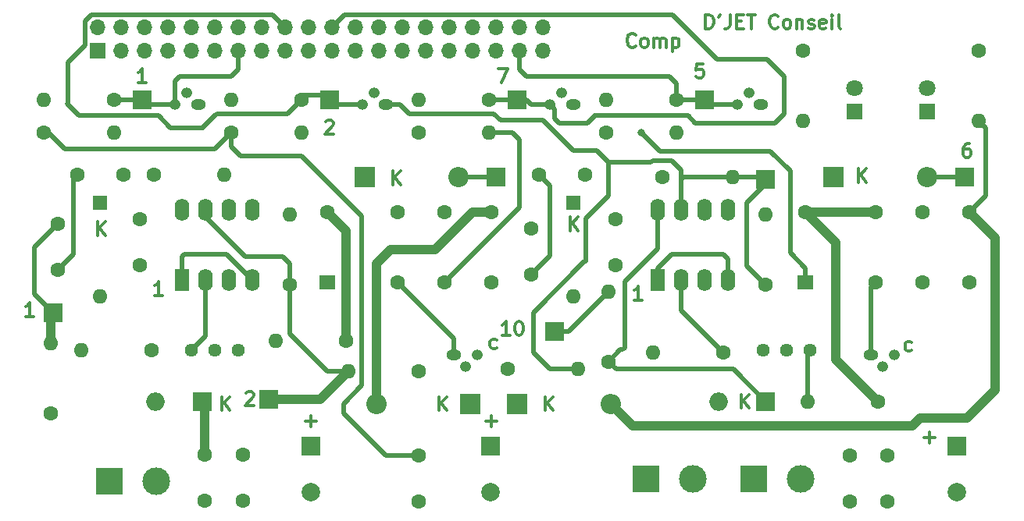
<source format=gbr>
%TF.GenerationSoftware,KiCad,Pcbnew,(5.1.8)-1*%
%TF.CreationDate,2020-12-03T12:02:38+01:00*%
%TF.ProjectId,repartiteur,72657061-7274-4697-9465-75722e6b6963,rev?*%
%TF.SameCoordinates,Original*%
%TF.FileFunction,Copper,L1,Top*%
%TF.FilePolarity,Positive*%
%FSLAX46Y46*%
G04 Gerber Fmt 4.6, Leading zero omitted, Abs format (unit mm)*
G04 Created by KiCad (PCBNEW (5.1.8)-1) date 2020-12-03 12:02:38*
%MOMM*%
%LPD*%
G01*
G04 APERTURE LIST*
%TA.AperFunction,NonConductor*%
%ADD10C,0.300000*%
%TD*%
%TA.AperFunction,ComponentPad*%
%ADD11O,1.600000X1.600000*%
%TD*%
%TA.AperFunction,ComponentPad*%
%ADD12C,1.600000*%
%TD*%
%TA.AperFunction,ComponentPad*%
%ADD13O,1.200000X1.200000*%
%TD*%
%TA.AperFunction,ComponentPad*%
%ADD14O,1.600000X1.200000*%
%TD*%
%TA.AperFunction,ComponentPad*%
%ADD15R,1.800000X1.600000*%
%TD*%
%TA.AperFunction,SMDPad,CuDef*%
%ADD16R,2.000000X2.000000*%
%TD*%
%TA.AperFunction,ComponentPad*%
%ADD17R,1.600000X1.600000*%
%TD*%
%TA.AperFunction,ComponentPad*%
%ADD18O,2.200000X2.200000*%
%TD*%
%TA.AperFunction,ComponentPad*%
%ADD19R,2.200000X2.200000*%
%TD*%
%TA.AperFunction,ComponentPad*%
%ADD20O,2.000000X2.000000*%
%TD*%
%TA.AperFunction,ComponentPad*%
%ADD21R,2.000000X2.000000*%
%TD*%
%TA.AperFunction,ComponentPad*%
%ADD22C,3.000000*%
%TD*%
%TA.AperFunction,ComponentPad*%
%ADD23R,3.000000X3.000000*%
%TD*%
%TA.AperFunction,ComponentPad*%
%ADD24O,1.700000X1.700000*%
%TD*%
%TA.AperFunction,ComponentPad*%
%ADD25R,1.700000X1.700000*%
%TD*%
%TA.AperFunction,ComponentPad*%
%ADD26C,1.440000*%
%TD*%
%TA.AperFunction,ComponentPad*%
%ADD27O,1.600000X2.400000*%
%TD*%
%TA.AperFunction,ComponentPad*%
%ADD28R,1.600000X2.400000*%
%TD*%
%TA.AperFunction,ComponentPad*%
%ADD29C,2.000000*%
%TD*%
%TA.AperFunction,ComponentPad*%
%ADD30C,1.800000*%
%TD*%
%TA.AperFunction,ComponentPad*%
%ADD31R,1.800000X1.800000*%
%TD*%
%TA.AperFunction,ViaPad*%
%ADD32C,0.800000*%
%TD*%
%TA.AperFunction,Conductor*%
%ADD33C,1.000000*%
%TD*%
%TA.AperFunction,Conductor*%
%ADD34C,0.500000*%
%TD*%
G04 APERTURE END LIST*
D10*
X104314571Y-95928571D02*
X103457428Y-95928571D01*
X103886000Y-95928571D02*
X103886000Y-94428571D01*
X103743142Y-94642857D01*
X103600285Y-94785714D01*
X103457428Y-94857142D01*
X127333428Y-104223428D02*
X127404857Y-104152000D01*
X127547714Y-104080571D01*
X127904857Y-104080571D01*
X128047714Y-104152000D01*
X128119142Y-104223428D01*
X128190571Y-104366285D01*
X128190571Y-104509142D01*
X128119142Y-104723428D01*
X127262000Y-105580571D01*
X128190571Y-105580571D01*
X155924285Y-97960571D02*
X155067142Y-97960571D01*
X155495714Y-97960571D02*
X155495714Y-96460571D01*
X155352857Y-96674857D01*
X155210000Y-96817714D01*
X155067142Y-96889142D01*
X156852857Y-96460571D02*
X156995714Y-96460571D01*
X157138571Y-96532000D01*
X157210000Y-96603428D01*
X157281428Y-96746285D01*
X157352857Y-97032000D01*
X157352857Y-97389142D01*
X157281428Y-97674857D01*
X157210000Y-97817714D01*
X157138571Y-97889142D01*
X156995714Y-97960571D01*
X156852857Y-97960571D01*
X156710000Y-97889142D01*
X156638571Y-97817714D01*
X156567142Y-97674857D01*
X156495714Y-97389142D01*
X156495714Y-97032000D01*
X156567142Y-96746285D01*
X156638571Y-96603428D01*
X156710000Y-96532000D01*
X156852857Y-96460571D01*
X205771714Y-77156571D02*
X205486000Y-77156571D01*
X205343142Y-77228000D01*
X205271714Y-77299428D01*
X205128857Y-77513714D01*
X205057428Y-77799428D01*
X205057428Y-78370857D01*
X205128857Y-78513714D01*
X205200285Y-78585142D01*
X205343142Y-78656571D01*
X205628857Y-78656571D01*
X205771714Y-78585142D01*
X205843142Y-78513714D01*
X205914571Y-78370857D01*
X205914571Y-78013714D01*
X205843142Y-77870857D01*
X205771714Y-77799428D01*
X205628857Y-77728000D01*
X205343142Y-77728000D01*
X205200285Y-77799428D01*
X205128857Y-77870857D01*
X205057428Y-78013714D01*
X176887142Y-68520571D02*
X176172857Y-68520571D01*
X176101428Y-69234857D01*
X176172857Y-69163428D01*
X176315714Y-69092000D01*
X176672857Y-69092000D01*
X176815714Y-69163428D01*
X176887142Y-69234857D01*
X176958571Y-69377714D01*
X176958571Y-69734857D01*
X176887142Y-69877714D01*
X176815714Y-69949142D01*
X176672857Y-70020571D01*
X176315714Y-70020571D01*
X176172857Y-69949142D01*
X176101428Y-69877714D01*
X154694000Y-69028571D02*
X155694000Y-69028571D01*
X155051142Y-70528571D01*
X135969428Y-74759428D02*
X136040857Y-74688000D01*
X136183714Y-74616571D01*
X136540857Y-74616571D01*
X136683714Y-74688000D01*
X136755142Y-74759428D01*
X136826571Y-74902285D01*
X136826571Y-75045142D01*
X136755142Y-75259428D01*
X135898000Y-76116571D01*
X136826571Y-76116571D01*
X116506571Y-70528571D02*
X115649428Y-70528571D01*
X116078000Y-70528571D02*
X116078000Y-69028571D01*
X115935142Y-69242857D01*
X115792285Y-69385714D01*
X115649428Y-69457142D01*
X180977142Y-105908571D02*
X180977142Y-104408571D01*
X181834285Y-105908571D02*
X181191428Y-105051428D01*
X181834285Y-104408571D02*
X180977142Y-105265714D01*
X124727142Y-106158571D02*
X124727142Y-104658571D01*
X125584285Y-106158571D02*
X124941428Y-105301428D01*
X125584285Y-104658571D02*
X124727142Y-105515714D01*
X111227142Y-87158571D02*
X111227142Y-85658571D01*
X112084285Y-87158571D02*
X111441428Y-86301428D01*
X112084285Y-85658571D02*
X111227142Y-86515714D01*
X143227142Y-81658571D02*
X143227142Y-80158571D01*
X144084285Y-81658571D02*
X143441428Y-80801428D01*
X144084285Y-80158571D02*
X143227142Y-81015714D01*
X154477142Y-99337142D02*
X154334285Y-99408571D01*
X154048571Y-99408571D01*
X153905714Y-99337142D01*
X153834285Y-99265714D01*
X153762857Y-99122857D01*
X153762857Y-98694285D01*
X153834285Y-98551428D01*
X153905714Y-98480000D01*
X154048571Y-98408571D01*
X154334285Y-98408571D01*
X154477142Y-98480000D01*
X199477142Y-99587142D02*
X199334285Y-99658571D01*
X199048571Y-99658571D01*
X198905714Y-99587142D01*
X198834285Y-99515714D01*
X198762857Y-99372857D01*
X198762857Y-98944285D01*
X198834285Y-98801428D01*
X198905714Y-98730000D01*
X199048571Y-98658571D01*
X199334285Y-98658571D01*
X199477142Y-98730000D01*
X193727142Y-81408571D02*
X193727142Y-79908571D01*
X194584285Y-81408571D02*
X193941428Y-80551428D01*
X194584285Y-79908571D02*
X193727142Y-80765714D01*
X159727142Y-106158571D02*
X159727142Y-104658571D01*
X160584285Y-106158571D02*
X159941428Y-105301428D01*
X160584285Y-104658571D02*
X159727142Y-105515714D01*
X162477142Y-86658571D02*
X162477142Y-85158571D01*
X163334285Y-86658571D02*
X162691428Y-85801428D01*
X163334285Y-85158571D02*
X162477142Y-86015714D01*
X148227142Y-106158571D02*
X148227142Y-104658571D01*
X149084285Y-106158571D02*
X148441428Y-105301428D01*
X149084285Y-104658571D02*
X148227142Y-105515714D01*
X170298571Y-94158571D02*
X169441428Y-94158571D01*
X169870000Y-94158571D02*
X169870000Y-92658571D01*
X169727142Y-92872857D01*
X169584285Y-93015714D01*
X169441428Y-93087142D01*
X118298571Y-93658571D02*
X117441428Y-93658571D01*
X117870000Y-93658571D02*
X117870000Y-92158571D01*
X117727142Y-92372857D01*
X117584285Y-92515714D01*
X117441428Y-92587142D01*
X200850571Y-109073142D02*
X201993428Y-109073142D01*
X201422000Y-109644571D02*
X201422000Y-108501714D01*
X153352571Y-107295142D02*
X154495428Y-107295142D01*
X153924000Y-107866571D02*
X153924000Y-106723714D01*
X133794571Y-107295142D02*
X134937428Y-107295142D01*
X134366000Y-107866571D02*
X134366000Y-106723714D01*
X177154000Y-64686571D02*
X177154000Y-63186571D01*
X177511142Y-63186571D01*
X177725428Y-63258000D01*
X177868285Y-63400857D01*
X177939714Y-63543714D01*
X178011142Y-63829428D01*
X178011142Y-64043714D01*
X177939714Y-64329428D01*
X177868285Y-64472285D01*
X177725428Y-64615142D01*
X177511142Y-64686571D01*
X177154000Y-64686571D01*
X178725428Y-63186571D02*
X178582571Y-63472285D01*
X179796857Y-63186571D02*
X179796857Y-64258000D01*
X179725428Y-64472285D01*
X179582571Y-64615142D01*
X179368285Y-64686571D01*
X179225428Y-64686571D01*
X180511142Y-63900857D02*
X181011142Y-63900857D01*
X181225428Y-64686571D02*
X180511142Y-64686571D01*
X180511142Y-63186571D01*
X181225428Y-63186571D01*
X181654000Y-63186571D02*
X182511142Y-63186571D01*
X182082571Y-64686571D02*
X182082571Y-63186571D01*
X185011142Y-64543714D02*
X184939714Y-64615142D01*
X184725428Y-64686571D01*
X184582571Y-64686571D01*
X184368285Y-64615142D01*
X184225428Y-64472285D01*
X184154000Y-64329428D01*
X184082571Y-64043714D01*
X184082571Y-63829428D01*
X184154000Y-63543714D01*
X184225428Y-63400857D01*
X184368285Y-63258000D01*
X184582571Y-63186571D01*
X184725428Y-63186571D01*
X184939714Y-63258000D01*
X185011142Y-63329428D01*
X185868285Y-64686571D02*
X185725428Y-64615142D01*
X185654000Y-64543714D01*
X185582571Y-64400857D01*
X185582571Y-63972285D01*
X185654000Y-63829428D01*
X185725428Y-63758000D01*
X185868285Y-63686571D01*
X186082571Y-63686571D01*
X186225428Y-63758000D01*
X186296857Y-63829428D01*
X186368285Y-63972285D01*
X186368285Y-64400857D01*
X186296857Y-64543714D01*
X186225428Y-64615142D01*
X186082571Y-64686571D01*
X185868285Y-64686571D01*
X187011142Y-63686571D02*
X187011142Y-64686571D01*
X187011142Y-63829428D02*
X187082571Y-63758000D01*
X187225428Y-63686571D01*
X187439714Y-63686571D01*
X187582571Y-63758000D01*
X187654000Y-63900857D01*
X187654000Y-64686571D01*
X188296857Y-64615142D02*
X188439714Y-64686571D01*
X188725428Y-64686571D01*
X188868285Y-64615142D01*
X188939714Y-64472285D01*
X188939714Y-64400857D01*
X188868285Y-64258000D01*
X188725428Y-64186571D01*
X188511142Y-64186571D01*
X188368285Y-64115142D01*
X188296857Y-63972285D01*
X188296857Y-63900857D01*
X188368285Y-63758000D01*
X188511142Y-63686571D01*
X188725428Y-63686571D01*
X188868285Y-63758000D01*
X190154000Y-64615142D02*
X190011142Y-64686571D01*
X189725428Y-64686571D01*
X189582571Y-64615142D01*
X189511142Y-64472285D01*
X189511142Y-63900857D01*
X189582571Y-63758000D01*
X189725428Y-63686571D01*
X190011142Y-63686571D01*
X190154000Y-63758000D01*
X190225428Y-63900857D01*
X190225428Y-64043714D01*
X189511142Y-64186571D01*
X190868285Y-64686571D02*
X190868285Y-63686571D01*
X190868285Y-63186571D02*
X190796857Y-63258000D01*
X190868285Y-63329428D01*
X190939714Y-63258000D01*
X190868285Y-63186571D01*
X190868285Y-63329428D01*
X191796857Y-64686571D02*
X191654000Y-64615142D01*
X191582571Y-64472285D01*
X191582571Y-63186571D01*
X169557142Y-66575714D02*
X169485714Y-66647142D01*
X169271428Y-66718571D01*
X169128571Y-66718571D01*
X168914285Y-66647142D01*
X168771428Y-66504285D01*
X168700000Y-66361428D01*
X168628571Y-66075714D01*
X168628571Y-65861428D01*
X168700000Y-65575714D01*
X168771428Y-65432857D01*
X168914285Y-65290000D01*
X169128571Y-65218571D01*
X169271428Y-65218571D01*
X169485714Y-65290000D01*
X169557142Y-65361428D01*
X170414285Y-66718571D02*
X170271428Y-66647142D01*
X170200000Y-66575714D01*
X170128571Y-66432857D01*
X170128571Y-66004285D01*
X170200000Y-65861428D01*
X170271428Y-65790000D01*
X170414285Y-65718571D01*
X170628571Y-65718571D01*
X170771428Y-65790000D01*
X170842857Y-65861428D01*
X170914285Y-66004285D01*
X170914285Y-66432857D01*
X170842857Y-66575714D01*
X170771428Y-66647142D01*
X170628571Y-66718571D01*
X170414285Y-66718571D01*
X171557142Y-66718571D02*
X171557142Y-65718571D01*
X171557142Y-65861428D02*
X171628571Y-65790000D01*
X171771428Y-65718571D01*
X171985714Y-65718571D01*
X172128571Y-65790000D01*
X172200000Y-65932857D01*
X172200000Y-66718571D01*
X172200000Y-65932857D02*
X172271428Y-65790000D01*
X172414285Y-65718571D01*
X172628571Y-65718571D01*
X172771428Y-65790000D01*
X172842857Y-65932857D01*
X172842857Y-66718571D01*
X173557142Y-65718571D02*
X173557142Y-67218571D01*
X173557142Y-65790000D02*
X173700000Y-65718571D01*
X173985714Y-65718571D01*
X174128571Y-65790000D01*
X174200000Y-65861428D01*
X174271428Y-66004285D01*
X174271428Y-66432857D01*
X174200000Y-66575714D01*
X174128571Y-66647142D01*
X173985714Y-66718571D01*
X173700000Y-66718571D01*
X173557142Y-66647142D01*
D11*
%TO.P,R17,2*%
%TO.N,GNDA*%
X171450000Y-99822000D03*
D12*
%TO.P,R17,1*%
%TO.N,Net-(C7-Pad1)*%
X179070000Y-99822000D03*
%TD*%
D13*
%TO.P,Q1,3*%
%TO.N,Net-(J2-Pad13)*%
X119634000Y-72898000D03*
%TO.P,Q1,2*%
%TO.N,/3\u002C3V*%
X120904000Y-71628000D03*
D14*
%TO.P,Q1,1*%
%TO.N,Net-(Q1-Pad1)*%
X122174000Y-72898000D03*
%TD*%
D13*
%TO.P,Q3,3*%
%TO.N,Net-(J2-Pad37)*%
X180594000Y-72898000D03*
%TO.P,Q3,2*%
%TO.N,/3\u002C3V*%
X181864000Y-71628000D03*
D14*
%TO.P,Q3,1*%
%TO.N,Net-(D2-Pad2)*%
X183134000Y-72898000D03*
%TD*%
D13*
%TO.P,Q4,3*%
%TO.N,Net-(J2-Pad22)*%
X160274000Y-72898000D03*
%TO.P,Q4,2*%
%TO.N,/3\u002C3V*%
X161544000Y-71628000D03*
D14*
%TO.P,Q4,1*%
%TO.N,Net-(D5-Pad2)*%
X162814000Y-72898000D03*
%TD*%
D13*
%TO.P,Q6,3*%
%TO.N,Net-(J2-Pad18)*%
X139954000Y-72898000D03*
%TO.P,Q6,2*%
%TO.N,/3\u002C3V*%
X141224000Y-71628000D03*
D14*
%TO.P,Q6,1*%
%TO.N,Net-(Q6-Pad1)*%
X142494000Y-72898000D03*
%TD*%
D11*
%TO.P,R3,2*%
%TO.N,Net-(C4-Pad1)*%
X132080000Y-84836000D03*
D12*
%TO.P,R3,1*%
%TO.N,Net-(Q1-Pad1)*%
X132080000Y-92456000D03*
%TD*%
%TO.P,K2,12*%
%TO.N,Net-(D2-Pad2)*%
X200660000Y-92202000D03*
%TO.P,K2,14*%
%TO.N,Net-(K2-Pad14)*%
X205740000Y-92202000D03*
%TO.P,K2,11*%
%TO.N,Net-(K2-Pad11)*%
X195580000Y-92202000D03*
%TO.P,K2,A2*%
%TO.N,/VDD2_AF*%
X187960000Y-84582000D03*
D15*
%TO.P,K2,A1*%
%TO.N,Net-(D5-Pad2)*%
X187960000Y-92202000D03*
D12*
%TO.P,K2,24*%
%TO.N,Net-(D4-Pad2)*%
X205740000Y-84582000D03*
%TO.P,K2,22*%
%TO.N,Net-(K2-Pad22)*%
X200660000Y-84582000D03*
%TO.P,K2,21*%
%TO.N,/VDD2_AF*%
X195580000Y-84582000D03*
%TD*%
D16*
%TO.P,TP1,1*%
%TO.N,/Vref1*%
X106426000Y-95504000D03*
%TD*%
%TO.P,TP8,1*%
%TO.N,Net-(Q6-Pad1)*%
X183642000Y-81026000D03*
%TD*%
D11*
%TO.P,R11,2*%
%TO.N,/3\u002C3V*%
X146050000Y-72390000D03*
D12*
%TO.P,R11,1*%
%TO.N,Net-(J2-Pad22)*%
X153670000Y-72390000D03*
%TD*%
D11*
%TO.P,R8,2*%
%TO.N,Net-(D2-Pad2)*%
X173990000Y-75946000D03*
D12*
%TO.P,R8,1*%
%TO.N,/VDD_OUT*%
X166370000Y-75946000D03*
%TD*%
D11*
%TO.P,R9,2*%
%TO.N,/3\u002C3V*%
X166370000Y-72390000D03*
D12*
%TO.P,R9,1*%
%TO.N,Net-(J2-Pad37)*%
X173990000Y-72390000D03*
%TD*%
D16*
%TO.P,TP3,1*%
%TO.N,Net-(J2-Pad13)*%
X116078000Y-72390000D03*
%TD*%
D12*
%TO.P,C1,2*%
%TO.N,GNDA*%
X106934000Y-90852000D03*
%TO.P,C1,1*%
%TO.N,/Vref1*%
X106934000Y-85852000D03*
%TD*%
%TO.P,C3,2*%
%TO.N,GNDA*%
X127000000Y-115980000D03*
%TO.P,C3,1*%
%TO.N,/VDD1_AF*%
X127000000Y-110980000D03*
%TD*%
%TO.P,C4,2*%
%TO.N,/Vref1*%
X115824000Y-90344000D03*
%TO.P,C4,1*%
%TO.N,Net-(C4-Pad1)*%
X115824000Y-85344000D03*
%TD*%
%TO.P,C7,2*%
%TO.N,/Vref2*%
X167386000Y-90344000D03*
%TO.P,C7,1*%
%TO.N,Net-(C7-Pad1)*%
X167386000Y-85344000D03*
%TD*%
%TO.P,C9,2*%
%TO.N,GNDA*%
X196850000Y-115998000D03*
%TO.P,C9,1*%
%TO.N,/VDD2_AF*%
X196850000Y-110998000D03*
%TD*%
%TO.P,C10,2*%
%TO.N,GNDA*%
X158242000Y-91360000D03*
%TO.P,C10,1*%
%TO.N,/Vref2*%
X158242000Y-86360000D03*
%TD*%
%TO.P,C11,2*%
%TO.N,GNDA*%
X109046000Y-80518000D03*
%TO.P,C11,1*%
%TO.N,/VDD1_AF*%
X114046000Y-80518000D03*
%TD*%
%TO.P,C12,2*%
%TO.N,GNDA*%
X159084000Y-80518000D03*
%TO.P,C12,1*%
%TO.N,/VDD2_AF*%
X164084000Y-80518000D03*
%TD*%
D11*
%TO.P,D1,2*%
%TO.N,GNDA*%
X111506000Y-93726000D03*
D17*
%TO.P,D1,1*%
%TO.N,/Vref1*%
X111506000Y-83566000D03*
%TD*%
D18*
%TO.P,D2,2*%
%TO.N,Net-(D2-Pad2)*%
X150368000Y-80772000D03*
D19*
%TO.P,D2,1*%
%TO.N,/VDD1_AF*%
X140208000Y-80772000D03*
%TD*%
D18*
%TO.P,D3,2*%
%TO.N,Net-(D3-Pad2)*%
X141478000Y-105410000D03*
D19*
%TO.P,D3,1*%
%TO.N,/VDD_OUT*%
X151638000Y-105410000D03*
%TD*%
D18*
%TO.P,D4,2*%
%TO.N,Net-(D4-Pad2)*%
X166878000Y-105410000D03*
D19*
%TO.P,D4,1*%
%TO.N,/VDD_OUT*%
X156718000Y-105410000D03*
%TD*%
D18*
%TO.P,D5,2*%
%TO.N,Net-(D5-Pad2)*%
X201168000Y-80772000D03*
D19*
%TO.P,D5,1*%
%TO.N,/VDD2_AF*%
X191008000Y-80772000D03*
%TD*%
D11*
%TO.P,D6,2*%
%TO.N,GNDA*%
X162814000Y-93726000D03*
D17*
%TO.P,D6,1*%
%TO.N,/Vref2*%
X162814000Y-83566000D03*
%TD*%
D20*
%TO.P,D7,2*%
%TO.N,GNDA*%
X117540000Y-105230000D03*
D21*
%TO.P,D7,1*%
%TO.N,/VDD1_AF*%
X122620000Y-105230000D03*
%TD*%
D20*
%TO.P,D8,2*%
%TO.N,GNDA*%
X178562000Y-105156000D03*
D21*
%TO.P,D8,1*%
%TO.N,/VDD2_AF*%
X183642000Y-105156000D03*
%TD*%
D12*
%TO.P,F1,2*%
%TO.N,/VDD1*%
X122870000Y-115980000D03*
%TO.P,F1,1*%
%TO.N,/VDD1_AF*%
X122870000Y-110980000D03*
%TD*%
%TO.P,F2,2*%
%TO.N,/VDD2*%
X192786000Y-115998000D03*
%TO.P,F2,1*%
%TO.N,/VDD2_AF*%
X192786000Y-110998000D03*
%TD*%
D22*
%TO.P,J1,2*%
%TO.N,GNDA*%
X117602000Y-113792000D03*
D23*
%TO.P,J1,1*%
%TO.N,/VDD1*%
X112522000Y-113792000D03*
%TD*%
D24*
%TO.P,J2,40*%
%TO.N,Net-(J2-Pad40)*%
X159512000Y-64516000D03*
%TO.P,J2,39*%
%TO.N,Net-(J2-Pad39)*%
X159512000Y-67056000D03*
%TO.P,J2,38*%
%TO.N,Net-(J2-Pad38)*%
X156972000Y-64516000D03*
%TO.P,J2,37*%
%TO.N,Net-(J2-Pad37)*%
X156972000Y-67056000D03*
%TO.P,J2,36*%
%TO.N,Net-(J2-Pad36)*%
X154432000Y-64516000D03*
%TO.P,J2,35*%
%TO.N,Net-(J2-Pad35)*%
X154432000Y-67056000D03*
%TO.P,J2,34*%
%TO.N,Net-(J2-Pad34)*%
X151892000Y-64516000D03*
%TO.P,J2,33*%
%TO.N,Net-(J2-Pad33)*%
X151892000Y-67056000D03*
%TO.P,J2,32*%
%TO.N,Net-(J2-Pad32)*%
X149352000Y-64516000D03*
%TO.P,J2,31*%
%TO.N,Net-(J2-Pad31)*%
X149352000Y-67056000D03*
%TO.P,J2,30*%
%TO.N,Net-(J2-Pad30)*%
X146812000Y-64516000D03*
%TO.P,J2,29*%
%TO.N,Net-(J2-Pad29)*%
X146812000Y-67056000D03*
%TO.P,J2,28*%
%TO.N,Net-(J2-Pad28)*%
X144272000Y-64516000D03*
%TO.P,J2,27*%
%TO.N,Net-(J2-Pad27)*%
X144272000Y-67056000D03*
%TO.P,J2,26*%
%TO.N,Net-(J2-Pad26)*%
X141732000Y-64516000D03*
%TO.P,J2,25*%
%TO.N,Net-(J2-Pad25)*%
X141732000Y-67056000D03*
%TO.P,J2,24*%
%TO.N,Net-(J2-Pad24)*%
X139192000Y-64516000D03*
%TO.P,J2,23*%
%TO.N,Net-(J2-Pad23)*%
X139192000Y-67056000D03*
%TO.P,J2,22*%
%TO.N,Net-(J2-Pad22)*%
X136652000Y-64516000D03*
%TO.P,J2,21*%
%TO.N,Net-(J2-Pad21)*%
X136652000Y-67056000D03*
%TO.P,J2,20*%
%TO.N,Net-(J2-Pad20)*%
X134112000Y-64516000D03*
%TO.P,J2,19*%
%TO.N,Net-(J2-Pad19)*%
X134112000Y-67056000D03*
%TO.P,J2,18*%
%TO.N,Net-(J2-Pad18)*%
X131572000Y-64516000D03*
%TO.P,J2,17*%
%TO.N,Net-(J2-Pad17)*%
X131572000Y-67056000D03*
%TO.P,J2,16*%
%TO.N,Net-(J2-Pad16)*%
X129032000Y-64516000D03*
%TO.P,J2,15*%
%TO.N,Net-(J2-Pad15)*%
X129032000Y-67056000D03*
%TO.P,J2,14*%
%TO.N,Net-(J2-Pad14)*%
X126492000Y-64516000D03*
%TO.P,J2,13*%
%TO.N,Net-(J2-Pad13)*%
X126492000Y-67056000D03*
%TO.P,J2,12*%
%TO.N,Net-(J2-Pad12)*%
X123952000Y-64516000D03*
%TO.P,J2,11*%
%TO.N,Net-(J2-Pad11)*%
X123952000Y-67056000D03*
%TO.P,J2,10*%
%TO.N,Net-(J2-Pad10)*%
X121412000Y-64516000D03*
%TO.P,J2,9*%
%TO.N,Net-(J2-Pad9)*%
X121412000Y-67056000D03*
%TO.P,J2,8*%
%TO.N,Net-(J2-Pad8)*%
X118872000Y-64516000D03*
%TO.P,J2,7*%
%TO.N,Net-(J2-Pad7)*%
X118872000Y-67056000D03*
%TO.P,J2,6*%
%TO.N,GNDA*%
X116332000Y-64516000D03*
%TO.P,J2,5*%
%TO.N,Net-(J2-Pad5)*%
X116332000Y-67056000D03*
%TO.P,J2,4*%
%TO.N,Net-(J2-Pad4)*%
X113792000Y-64516000D03*
%TO.P,J2,3*%
%TO.N,Net-(J2-Pad3)*%
X113792000Y-67056000D03*
%TO.P,J2,2*%
%TO.N,Net-(J2-Pad2)*%
X111252000Y-64516000D03*
D25*
%TO.P,J2,1*%
%TO.N,/3\u002C3V*%
X111252000Y-67056000D03*
%TD*%
D22*
%TO.P,J3,2*%
%TO.N,GNDA*%
X175768000Y-113538000D03*
D23*
%TO.P,J3,1*%
%TO.N,/VDD_OUT*%
X170688000Y-113538000D03*
%TD*%
D22*
%TO.P,J4,2*%
%TO.N,GNDA*%
X187452000Y-113538000D03*
D23*
%TO.P,J4,1*%
%TO.N,/VDD2*%
X182372000Y-113538000D03*
%TD*%
D12*
%TO.P,K1,12*%
%TO.N,Net-(D5-Pad2)*%
X148844000Y-92202000D03*
%TO.P,K1,14*%
%TO.N,Net-(K1-Pad14)*%
X153924000Y-92202000D03*
%TO.P,K1,11*%
%TO.N,Net-(K1-Pad11)*%
X143764000Y-92202000D03*
%TO.P,K1,A2*%
%TO.N,/VDD1_AF*%
X136144000Y-84582000D03*
D15*
%TO.P,K1,A1*%
%TO.N,Net-(D2-Pad2)*%
X136144000Y-92202000D03*
D12*
%TO.P,K1,24*%
%TO.N,Net-(D3-Pad2)*%
X153924000Y-84582000D03*
%TO.P,K1,22*%
%TO.N,Net-(K1-Pad22)*%
X148844000Y-84582000D03*
%TO.P,K1,21*%
%TO.N,/VDD1_AF*%
X143764000Y-84582000D03*
%TD*%
D13*
%TO.P,Q2,3*%
%TO.N,GNDA*%
X197612000Y-100076000D03*
%TO.P,Q2,2*%
%TO.N,Net-(Q2-Pad2)*%
X196342000Y-101346000D03*
D14*
%TO.P,Q2,1*%
%TO.N,Net-(K2-Pad11)*%
X195072000Y-100076000D03*
%TD*%
D13*
%TO.P,Q5,3*%
%TO.N,GNDA*%
X152400000Y-100076000D03*
%TO.P,Q5,2*%
%TO.N,Net-(Q5-Pad2)*%
X151130000Y-101346000D03*
D14*
%TO.P,Q5,1*%
%TO.N,Net-(K1-Pad11)*%
X149860000Y-100076000D03*
%TD*%
D11*
%TO.P,R1,2*%
%TO.N,/Vref1*%
X106172000Y-98806000D03*
D12*
%TO.P,R1,1*%
%TO.N,/VDD1_AF*%
X106172000Y-106426000D03*
%TD*%
D11*
%TO.P,R2,2*%
%TO.N,GNDA*%
X109474000Y-99568000D03*
D12*
%TO.P,R2,1*%
%TO.N,Net-(C4-Pad1)*%
X117094000Y-99568000D03*
%TD*%
D11*
%TO.P,R4,2*%
%TO.N,Net-(Q1-Pad1)*%
X124968000Y-80518000D03*
D12*
%TO.P,R4,1*%
%TO.N,/VDD1_AF*%
X117348000Y-80518000D03*
%TD*%
D11*
%TO.P,R5,2*%
%TO.N,Net-(Q1-Pad1)*%
X113030000Y-75946000D03*
D12*
%TO.P,R5,1*%
%TO.N,/VDD_OUT*%
X105410000Y-75946000D03*
%TD*%
D11*
%TO.P,R6,2*%
%TO.N,Net-(Q1-Pad1)*%
X138430000Y-101854000D03*
D12*
%TO.P,R6,1*%
%TO.N,Net-(Q2-Pad2)*%
X146050000Y-101854000D03*
%TD*%
D11*
%TO.P,R7,2*%
%TO.N,/3\u002C3V*%
X105410000Y-72390000D03*
D12*
%TO.P,R7,1*%
%TO.N,Net-(J2-Pad13)*%
X113030000Y-72390000D03*
%TD*%
D11*
%TO.P,R10,2*%
%TO.N,Net-(D5-Pad2)*%
X153670000Y-75946000D03*
D12*
%TO.P,R10,1*%
%TO.N,/VDD_OUT*%
X146050000Y-75946000D03*
%TD*%
D11*
%TO.P,R12,2*%
%TO.N,Net-(Q6-Pad1)*%
X163322000Y-101600000D03*
D12*
%TO.P,R12,1*%
%TO.N,Net-(Q5-Pad2)*%
X155702000Y-101600000D03*
%TD*%
D11*
%TO.P,R13,2*%
%TO.N,Net-(Q6-Pad1)*%
X180086000Y-80772000D03*
D12*
%TO.P,R13,1*%
%TO.N,/VDD2_AF*%
X172466000Y-80772000D03*
%TD*%
D11*
%TO.P,R14,2*%
%TO.N,Net-(Q6-Pad1)*%
X133350000Y-75946000D03*
D12*
%TO.P,R14,1*%
%TO.N,/VDD_OUT*%
X125730000Y-75946000D03*
%TD*%
D11*
%TO.P,R15,2*%
%TO.N,Net-(C7-Pad1)*%
X183642000Y-84836000D03*
D12*
%TO.P,R15,1*%
%TO.N,Net-(Q6-Pad1)*%
X183642000Y-92456000D03*
%TD*%
D11*
%TO.P,R16,2*%
%TO.N,/3\u002C3V*%
X125730000Y-72390000D03*
D12*
%TO.P,R16,1*%
%TO.N,Net-(J2-Pad18)*%
X133350000Y-72390000D03*
%TD*%
D11*
%TO.P,R18,2*%
%TO.N,/Vref2*%
X166624000Y-93218000D03*
D12*
%TO.P,R18,1*%
%TO.N,/VDD2_AF*%
X166624000Y-100838000D03*
%TD*%
D11*
%TO.P,R19,2*%
%TO.N,Net-(R19-Pad2)*%
X130556000Y-98552000D03*
D12*
%TO.P,R19,1*%
%TO.N,/VDD1_AF*%
X138176000Y-98552000D03*
%TD*%
D11*
%TO.P,R20,2*%
%TO.N,Net-(R20-Pad2)*%
X188214000Y-105156000D03*
D12*
%TO.P,R20,1*%
%TO.N,/VDD2_AF*%
X195834000Y-105156000D03*
%TD*%
D26*
%TO.P,RV1,3*%
%TO.N,Net-(C4-Pad1)*%
X121412000Y-99568000D03*
%TO.P,RV1,2*%
%TO.N,Net-(R19-Pad2)*%
X123952000Y-99568000D03*
%TO.P,RV1,1*%
X126492000Y-99568000D03*
%TD*%
%TO.P,RV2,3*%
%TO.N,Net-(C7-Pad1)*%
X183388000Y-99568000D03*
%TO.P,RV2,2*%
%TO.N,Net-(R20-Pad2)*%
X185928000Y-99568000D03*
%TO.P,RV2,1*%
X188468000Y-99568000D03*
%TD*%
D16*
%TO.P,TP2,1*%
%TO.N,Net-(Q1-Pad1)*%
X129794000Y-104902000D03*
%TD*%
%TO.P,TP4,1*%
%TO.N,Net-(D2-Pad2)*%
X154432000Y-80772000D03*
%TD*%
%TO.P,TP5,1*%
%TO.N,Net-(J2-Pad37)*%
X177038000Y-72390000D03*
%TD*%
%TO.P,TP6,1*%
%TO.N,Net-(D5-Pad2)*%
X205232000Y-80772000D03*
%TD*%
%TO.P,TP7,1*%
%TO.N,Net-(J2-Pad22)*%
X156718000Y-72390000D03*
%TD*%
%TO.P,TP9,1*%
%TO.N,Net-(J2-Pad18)*%
X136398000Y-72390000D03*
%TD*%
%TO.P,TP10,1*%
%TO.N,/Vref2*%
X160782000Y-97536000D03*
%TD*%
D27*
%TO.P,U1,8*%
%TO.N,/VDD1_AF*%
X120396000Y-84328000D03*
%TO.P,U1,4*%
%TO.N,GNDA*%
X128016000Y-91948000D03*
%TO.P,U1,7*%
%TO.N,Net-(Q1-Pad1)*%
X122936000Y-84328000D03*
%TO.P,U1,3*%
%TO.N,/Vref1*%
X125476000Y-91948000D03*
%TO.P,U1,6*%
%TO.N,Net-(U1-Pad5)*%
X125476000Y-84328000D03*
%TO.P,U1,2*%
%TO.N,Net-(C4-Pad1)*%
X122936000Y-91948000D03*
%TO.P,U1,5*%
%TO.N,Net-(U1-Pad5)*%
X128016000Y-84328000D03*
D28*
%TO.P,U1,1*%
%TO.N,GNDA*%
X120396000Y-91948000D03*
%TD*%
D27*
%TO.P,U2,8*%
%TO.N,/VDD2_AF*%
X171958000Y-84328000D03*
%TO.P,U2,4*%
%TO.N,GNDA*%
X179578000Y-91948000D03*
%TO.P,U2,7*%
%TO.N,Net-(Q6-Pad1)*%
X174498000Y-84328000D03*
%TO.P,U2,3*%
%TO.N,/Vref2*%
X177038000Y-91948000D03*
%TO.P,U2,6*%
%TO.N,Net-(U2-Pad5)*%
X177038000Y-84328000D03*
%TO.P,U2,2*%
%TO.N,Net-(C7-Pad1)*%
X174498000Y-91948000D03*
%TO.P,U2,5*%
%TO.N,Net-(U2-Pad5)*%
X179578000Y-84328000D03*
D28*
%TO.P,U2,1*%
%TO.N,GNDA*%
X171958000Y-91948000D03*
%TD*%
D12*
%TO.P,C5,2*%
%TO.N,GNDA*%
X146050000Y-115998000D03*
%TO.P,C5,1*%
%TO.N,/VDD_OUT*%
X146050000Y-110998000D03*
%TD*%
D29*
%TO.P,C2,2*%
%TO.N,GNDA*%
X134370000Y-114980000D03*
D21*
%TO.P,C2,1*%
%TO.N,/VDD1_AF*%
X134370000Y-109980000D03*
%TD*%
D29*
%TO.P,C6,2*%
%TO.N,GNDA*%
X153870000Y-114980000D03*
D21*
%TO.P,C6,1*%
%TO.N,/VDD_OUT*%
X153870000Y-109980000D03*
%TD*%
D29*
%TO.P,C8,2*%
%TO.N,GNDA*%
X204370000Y-114980000D03*
D21*
%TO.P,C8,1*%
%TO.N,/VDD2_AF*%
X204370000Y-109980000D03*
%TD*%
D30*
%TO.P,D9,2*%
%TO.N,Net-(D9-Pad2)*%
X193294000Y-71120000D03*
D31*
%TO.P,D9,1*%
%TO.N,GNDA*%
X193294000Y-73660000D03*
%TD*%
D30*
%TO.P,D10,2*%
%TO.N,Net-(D10-Pad2)*%
X201168000Y-71120000D03*
D31*
%TO.P,D10,1*%
%TO.N,GNDA*%
X201168000Y-73660000D03*
%TD*%
D11*
%TO.P,R21,2*%
%TO.N,Net-(D3-Pad2)*%
X187706000Y-74676000D03*
D12*
%TO.P,R21,1*%
%TO.N,Net-(D9-Pad2)*%
X187706000Y-67056000D03*
%TD*%
D11*
%TO.P,R22,2*%
%TO.N,Net-(D4-Pad2)*%
X206756000Y-74676000D03*
D12*
%TO.P,R22,1*%
%TO.N,Net-(D10-Pad2)*%
X206756000Y-67056000D03*
%TD*%
D32*
%TO.N,Net-(D5-Pad2)*%
X170180000Y-75946000D03*
%TD*%
D33*
%TO.N,/Vref1*%
X106172000Y-98806000D02*
X106172000Y-95758000D01*
D34*
X106680000Y-95250000D02*
X106426000Y-95504000D01*
X106934000Y-85852000D02*
X104394000Y-88392000D01*
X104394000Y-93472000D02*
X106426000Y-95504000D01*
X104394000Y-88392000D02*
X104394000Y-93472000D01*
%TO.N,GNDA*%
X106934000Y-90852000D02*
X108632000Y-89154000D01*
X108632000Y-80932000D02*
X109046000Y-80518000D01*
X108632000Y-89154000D02*
X108632000Y-80932000D01*
X159084000Y-80518000D02*
X160274000Y-81708000D01*
X160274000Y-89328000D02*
X158242000Y-91360000D01*
X160274000Y-81708000D02*
X160274000Y-89328000D01*
X120396000Y-89408000D02*
X120396000Y-91948000D01*
X120650000Y-89154000D02*
X120396000Y-89408000D01*
X125222000Y-89154000D02*
X120650000Y-89154000D01*
X128016000Y-91948000D02*
X125222000Y-89154000D01*
X171958000Y-91948000D02*
X171958000Y-90678000D01*
X171958000Y-90678000D02*
X173482000Y-89154000D01*
X173482000Y-89154000D02*
X179070000Y-89154000D01*
X179578000Y-89662000D02*
X179578000Y-91948000D01*
X179070000Y-89154000D02*
X179578000Y-89662000D01*
D33*
%TO.N,/VDD1_AF*%
X138176000Y-98552000D02*
X138176000Y-86614000D01*
X138176000Y-86614000D02*
X136144000Y-84582000D01*
X122870000Y-105480000D02*
X122620000Y-105230000D01*
X122870000Y-110980000D02*
X122870000Y-105480000D01*
D34*
%TO.N,Net-(C4-Pad1)*%
X122936000Y-98044000D02*
X122936000Y-91948000D01*
X121412000Y-99568000D02*
X122936000Y-98044000D01*
%TO.N,/VDD_OUT*%
X126746000Y-78486000D02*
X125730000Y-77470000D01*
X133350000Y-78486000D02*
X126746000Y-78486000D01*
X137922000Y-106426000D02*
X137922000Y-105410000D01*
X139877999Y-85013999D02*
X133350000Y-78486000D01*
X139877999Y-103454001D02*
X139877999Y-85013999D01*
X142494000Y-110998000D02*
X137922000Y-106426000D01*
X137922000Y-105410000D02*
X139877999Y-103454001D01*
X146050000Y-110998000D02*
X142494000Y-110998000D01*
X125730000Y-77470000D02*
X125730000Y-75946000D01*
X107696000Y-77724000D02*
X123952000Y-77724000D01*
X105918000Y-75946000D02*
X107696000Y-77724000D01*
X123952000Y-77724000D02*
X125730000Y-75946000D01*
X105410000Y-75946000D02*
X105918000Y-75946000D01*
%TO.N,Net-(C7-Pad1)*%
X174498000Y-95250000D02*
X179070000Y-99822000D01*
X174498000Y-91948000D02*
X174498000Y-95250000D01*
%TO.N,/Vref2*%
X162306000Y-97536000D02*
X166624000Y-93218000D01*
X160782000Y-97536000D02*
X162306000Y-97536000D01*
%TO.N,/VDD2_AF*%
X180123999Y-101637999D02*
X183642000Y-105156000D01*
X167423999Y-101637999D02*
X180123999Y-101637999D01*
X166624000Y-100838000D02*
X167423999Y-101637999D01*
X171958000Y-88560000D02*
X171958000Y-84328000D01*
X166624000Y-100838000D02*
X167924001Y-99537999D01*
D33*
X187960000Y-84582000D02*
X191262000Y-87884000D01*
X191262000Y-100584000D02*
X195834000Y-105156000D01*
X191262000Y-87884000D02*
X191262000Y-100584000D01*
X187960000Y-84582000D02*
X195580000Y-84582000D01*
D34*
X167924001Y-99537999D02*
X168178001Y-99537999D01*
X168359000Y-99357000D02*
X168359000Y-92159000D01*
X168178001Y-99537999D02*
X168359000Y-99357000D01*
X168359000Y-92159000D02*
X171958000Y-88560000D01*
%TO.N,Net-(D2-Pad2)*%
X150368000Y-80772000D02*
X154432000Y-80772000D01*
D33*
%TO.N,Net-(D3-Pad2)*%
X153924000Y-84582000D02*
X151892000Y-84582000D01*
X151892000Y-84582000D02*
X147828000Y-88646000D01*
X147828000Y-88646000D02*
X143002000Y-88646000D01*
X141478000Y-90170000D02*
X141478000Y-105410000D01*
X143002000Y-88646000D02*
X141478000Y-90170000D01*
D34*
%TO.N,Net-(D4-Pad2)*%
X205740000Y-84582000D02*
X207518000Y-82804000D01*
X207518000Y-75438000D02*
X206756000Y-74676000D01*
X207518000Y-82804000D02*
X207518000Y-75438000D01*
D33*
X169276581Y-107808581D02*
X166878000Y-105410000D01*
X205740000Y-84582000D02*
X208534000Y-87376000D01*
X208534000Y-103886000D02*
X205486000Y-106934000D01*
X208534000Y-87376000D02*
X208534000Y-103886000D01*
X205486000Y-106934000D02*
X200406000Y-106934000D01*
X200406000Y-106934000D02*
X199531419Y-107808581D01*
X199531419Y-107808581D02*
X169276581Y-107808581D01*
D34*
%TO.N,Net-(D5-Pad2)*%
X201168000Y-80772000D02*
X205232000Y-80772000D01*
X187960000Y-92202000D02*
X187960000Y-90678000D01*
X187960000Y-90678000D02*
X186309000Y-89027000D01*
X186309000Y-89027000D02*
X186309000Y-80137000D01*
X184150000Y-77978000D02*
X186309000Y-80137000D01*
X170180000Y-75946000D02*
X172212000Y-77978000D01*
X156972000Y-84074000D02*
X148844000Y-92202000D01*
X156972000Y-84074000D02*
X156972000Y-76708000D01*
X184150000Y-77978000D02*
X172212000Y-77978000D01*
X156972000Y-76708000D02*
X156210000Y-75946000D01*
X156210000Y-75946000D02*
X153670000Y-75946000D01*
%TO.N,Net-(J2-Pad13)*%
X113030000Y-72390000D02*
X116078000Y-72390000D01*
X116586000Y-72898000D02*
X116078000Y-72390000D01*
X119634000Y-72898000D02*
X116586000Y-72898000D01*
X119634000Y-70358000D02*
X119634000Y-72898000D01*
X120142000Y-69850000D02*
X119634000Y-70358000D01*
X125730000Y-69850000D02*
X120142000Y-69850000D01*
X126492000Y-69088000D02*
X125730000Y-69850000D01*
X126492000Y-67056000D02*
X126492000Y-69088000D01*
%TO.N,Net-(J2-Pad18)*%
X136906000Y-72898000D02*
X136398000Y-72390000D01*
X139700000Y-72898000D02*
X136906000Y-72898000D01*
X123932001Y-74148001D02*
X123971999Y-74148001D01*
X108003999Y-72844001D02*
X107969999Y-72878001D01*
X131572000Y-64516000D02*
X130221999Y-63165999D01*
X109239999Y-74148001D02*
X117836001Y-74148001D01*
X109901999Y-63867999D02*
X109901999Y-66481999D01*
X109901999Y-66481999D02*
X108003999Y-68379999D01*
X110603999Y-63165999D02*
X109901999Y-63867999D01*
X108003999Y-68379999D02*
X108003999Y-72844001D01*
X122682000Y-75398002D02*
X123932001Y-74148001D01*
X107969999Y-72878001D02*
X109239999Y-74148001D01*
X117836001Y-74148001D02*
X119126000Y-75438000D01*
X119126000Y-75438000D02*
X122682000Y-75438000D01*
X130221999Y-63165999D02*
X110603999Y-63165999D01*
X122682000Y-75438000D02*
X122682000Y-75398002D01*
X135890000Y-71882000D02*
X136398000Y-72390000D01*
X133350000Y-71882000D02*
X135890000Y-71882000D01*
X124206000Y-73914000D02*
X131826000Y-73914000D01*
X123971999Y-74148001D02*
X124206000Y-73914000D01*
X131826000Y-73914000D02*
X133350000Y-72390000D01*
%TO.N,Net-(J2-Pad22)*%
X158242000Y-72898000D02*
X157734000Y-72390000D01*
X157734000Y-72390000D02*
X153670000Y-72390000D01*
X158242000Y-72898000D02*
X160274000Y-72898000D01*
X160782000Y-73406000D02*
X160274000Y-72898000D01*
X160782000Y-74422000D02*
X160782000Y-73406000D01*
X161290000Y-74930000D02*
X160782000Y-74422000D01*
X136652000Y-64516000D02*
X138002001Y-63165999D01*
X138002001Y-63165999D02*
X173562001Y-63165999D01*
X184658000Y-74930000D02*
X176022000Y-74930000D01*
X164338000Y-74930000D02*
X161290000Y-74930000D01*
X173562001Y-63165999D02*
X178388001Y-67991999D01*
X178388001Y-67991999D02*
X183815999Y-67991999D01*
X183815999Y-67991999D02*
X185674000Y-69850000D01*
X185674000Y-69850000D02*
X185674000Y-73914000D01*
X185674000Y-73914000D02*
X184658000Y-74930000D01*
X176022000Y-74930000D02*
X175240001Y-74148001D01*
X175240001Y-74148001D02*
X165080001Y-74148001D01*
X165080001Y-74148001D02*
X165080001Y-74187999D01*
X165080001Y-74187999D02*
X164338000Y-74930000D01*
%TO.N,Net-(J2-Pad37)*%
X177546000Y-72898000D02*
X177038000Y-72390000D01*
X180594000Y-72898000D02*
X177546000Y-72898000D01*
X173990000Y-72390000D02*
X177038000Y-72390000D01*
X156972000Y-69088000D02*
X156972000Y-67056000D01*
X157734000Y-69850000D02*
X156972000Y-69088000D01*
X173228000Y-69850000D02*
X157734000Y-69850000D01*
X173990000Y-70612000D02*
X173228000Y-69850000D01*
X173990000Y-72390000D02*
X173990000Y-70612000D01*
%TO.N,Net-(K1-Pad11)*%
X149860000Y-98298000D02*
X143764000Y-92202000D01*
X149860000Y-100076000D02*
X149860000Y-98298000D01*
%TO.N,Net-(K2-Pad11)*%
X195072000Y-92710000D02*
X195580000Y-92202000D01*
X195072000Y-100076000D02*
X195072000Y-92710000D01*
D33*
%TO.N,Net-(Q1-Pad1)*%
X135382000Y-104902000D02*
X138430000Y-101854000D01*
X129794000Y-104902000D02*
X135382000Y-104902000D01*
D34*
X138430000Y-101854000D02*
X136144000Y-101854000D01*
X132080000Y-97790000D02*
X132080000Y-92456000D01*
X136144000Y-101854000D02*
X132080000Y-97790000D01*
X132080000Y-90170000D02*
X132080000Y-92456000D01*
X131318000Y-89408000D02*
X132080000Y-90170000D01*
X127254000Y-89408000D02*
X131318000Y-89408000D01*
X122936000Y-85090000D02*
X127254000Y-89408000D01*
X122936000Y-84328000D02*
X122936000Y-85090000D01*
%TO.N,Net-(Q6-Pad1)*%
X183388000Y-80772000D02*
X183642000Y-81026000D01*
X180086000Y-80772000D02*
X183388000Y-80772000D01*
X178054000Y-80772000D02*
X180086000Y-80772000D01*
X171450000Y-78994000D02*
X173482000Y-78994000D01*
X171226001Y-79217999D02*
X171450000Y-78994000D01*
X173482000Y-78994000D02*
X174498000Y-80010000D01*
X166593999Y-79217999D02*
X171226001Y-79217999D01*
X166593999Y-82834001D02*
X166593999Y-79217999D01*
X164137999Y-85290001D02*
X166593999Y-82834001D01*
X158496000Y-95504000D02*
X164030001Y-89969999D01*
X158496000Y-99822000D02*
X158496000Y-95504000D01*
X164030001Y-89969999D02*
X164137999Y-89969999D01*
X160274000Y-101600000D02*
X158496000Y-99822000D01*
X164137999Y-89969999D02*
X164137999Y-85290001D01*
X163322000Y-101600000D02*
X160274000Y-101600000D01*
X174752000Y-80772000D02*
X174498000Y-81026000D01*
X180086000Y-80772000D02*
X174752000Y-80772000D01*
X174498000Y-81026000D02*
X174498000Y-84328000D01*
X174498000Y-80010000D02*
X174498000Y-81026000D01*
X183642000Y-81026000D02*
X183642000Y-81534000D01*
X183642000Y-81534000D02*
X181610000Y-83566000D01*
X181610000Y-90424000D02*
X183642000Y-92456000D01*
X181610000Y-83566000D02*
X181610000Y-90424000D01*
X162784629Y-77948629D02*
X165324629Y-77948629D01*
X159481999Y-74645999D02*
X162784629Y-77948629D01*
X165324629Y-77948629D02*
X166593999Y-79217999D01*
X154909999Y-74645999D02*
X159481999Y-74645999D01*
X154178000Y-73914000D02*
X154909999Y-74645999D01*
X145034000Y-73914000D02*
X154178000Y-73914000D01*
X144018000Y-72898000D02*
X145034000Y-73914000D01*
X142494000Y-72898000D02*
X144018000Y-72898000D01*
%TO.N,Net-(R20-Pad2)*%
X188214000Y-99822000D02*
X188468000Y-99568000D01*
X188214000Y-105156000D02*
X188214000Y-99822000D01*
%TD*%
M02*

</source>
